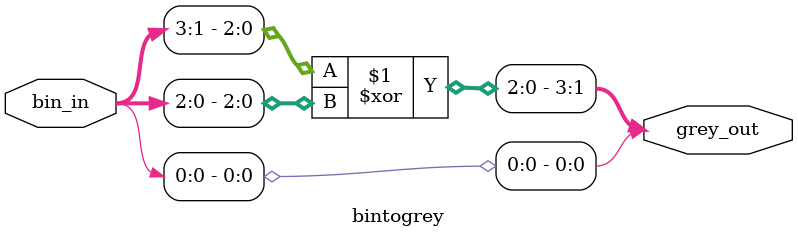
<source format=sv>
module bintogrey(
  input  [3:0] bin_in,
  output [3:0] grey_out
);

  // Combina a parte vetorizada (bits 3 a 1) com a parte escalar (bit 0)
  assign grey_out = { (bin_in[3:1] ^ bin_in[2:0]), bin_in[0] };

endmodule

</source>
